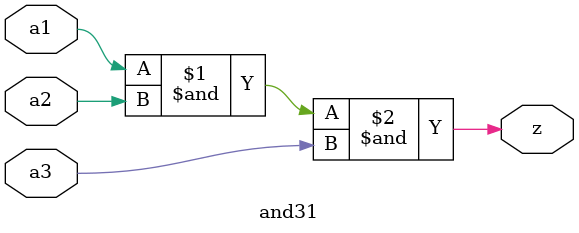
<source format=v>
module and31(a1,a2,a3,z );
input a1;
input a2;
input a3;
output z;

wire z;
assign z=a1&a2&a3;
endmodule
</source>
